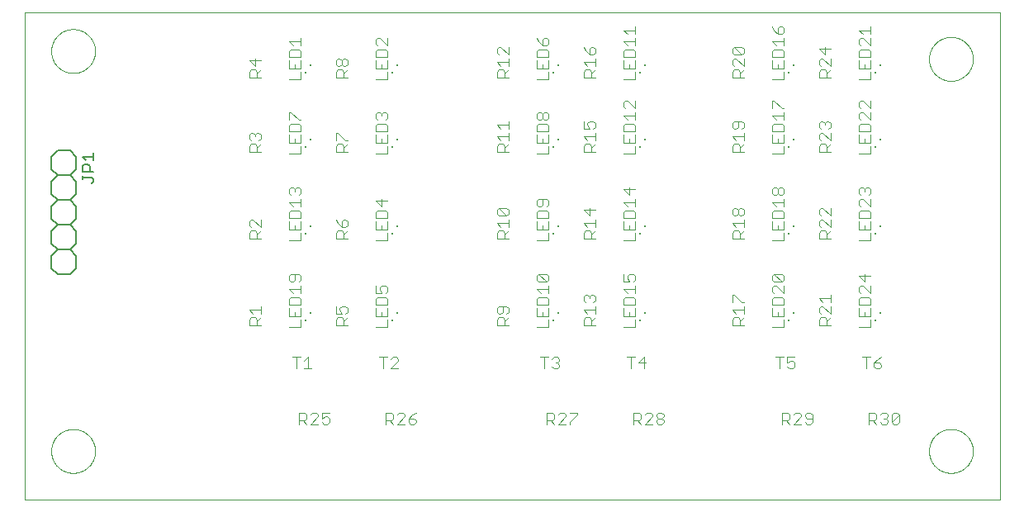
<source format=gto>
G75*
%MOIN*%
%OFA0B0*%
%FSLAX25Y25*%
%IPPOS*%
%LPD*%
%AMOC8*
5,1,8,0,0,1.08239X$1,22.5*
%
%ADD10C,0.00000*%
%ADD11C,0.00600*%
%ADD12C,0.00500*%
%ADD13C,0.00984*%
%ADD14C,0.00400*%
%ADD15R,0.00787X0.00787*%
D10*
X0001000Y0001000D02*
X0001000Y0197850D01*
X0394701Y0197850D01*
X0394701Y0001000D01*
X0001000Y0001000D01*
X0011827Y0020685D02*
X0011830Y0020902D01*
X0011838Y0021120D01*
X0011851Y0021337D01*
X0011870Y0021553D01*
X0011894Y0021769D01*
X0011923Y0021985D01*
X0011957Y0022199D01*
X0011997Y0022413D01*
X0012042Y0022626D01*
X0012092Y0022837D01*
X0012148Y0023048D01*
X0012208Y0023256D01*
X0012274Y0023464D01*
X0012345Y0023669D01*
X0012421Y0023873D01*
X0012501Y0024075D01*
X0012587Y0024275D01*
X0012677Y0024472D01*
X0012773Y0024668D01*
X0012873Y0024861D01*
X0012978Y0025051D01*
X0013087Y0025239D01*
X0013201Y0025424D01*
X0013320Y0025606D01*
X0013443Y0025786D01*
X0013570Y0025962D01*
X0013702Y0026135D01*
X0013838Y0026304D01*
X0013978Y0026471D01*
X0014122Y0026634D01*
X0014270Y0026793D01*
X0014421Y0026949D01*
X0014577Y0027100D01*
X0014736Y0027248D01*
X0014899Y0027392D01*
X0015066Y0027532D01*
X0015235Y0027668D01*
X0015408Y0027800D01*
X0015584Y0027927D01*
X0015764Y0028050D01*
X0015946Y0028169D01*
X0016131Y0028283D01*
X0016319Y0028392D01*
X0016509Y0028497D01*
X0016702Y0028597D01*
X0016898Y0028693D01*
X0017095Y0028783D01*
X0017295Y0028869D01*
X0017497Y0028949D01*
X0017701Y0029025D01*
X0017906Y0029096D01*
X0018114Y0029162D01*
X0018322Y0029222D01*
X0018533Y0029278D01*
X0018744Y0029328D01*
X0018957Y0029373D01*
X0019171Y0029413D01*
X0019385Y0029447D01*
X0019601Y0029476D01*
X0019817Y0029500D01*
X0020033Y0029519D01*
X0020250Y0029532D01*
X0020468Y0029540D01*
X0020685Y0029543D01*
X0020902Y0029540D01*
X0021120Y0029532D01*
X0021337Y0029519D01*
X0021553Y0029500D01*
X0021769Y0029476D01*
X0021985Y0029447D01*
X0022199Y0029413D01*
X0022413Y0029373D01*
X0022626Y0029328D01*
X0022837Y0029278D01*
X0023048Y0029222D01*
X0023256Y0029162D01*
X0023464Y0029096D01*
X0023669Y0029025D01*
X0023873Y0028949D01*
X0024075Y0028869D01*
X0024275Y0028783D01*
X0024472Y0028693D01*
X0024668Y0028597D01*
X0024861Y0028497D01*
X0025051Y0028392D01*
X0025239Y0028283D01*
X0025424Y0028169D01*
X0025606Y0028050D01*
X0025786Y0027927D01*
X0025962Y0027800D01*
X0026135Y0027668D01*
X0026304Y0027532D01*
X0026471Y0027392D01*
X0026634Y0027248D01*
X0026793Y0027100D01*
X0026949Y0026949D01*
X0027100Y0026793D01*
X0027248Y0026634D01*
X0027392Y0026471D01*
X0027532Y0026304D01*
X0027668Y0026135D01*
X0027800Y0025962D01*
X0027927Y0025786D01*
X0028050Y0025606D01*
X0028169Y0025424D01*
X0028283Y0025239D01*
X0028392Y0025051D01*
X0028497Y0024861D01*
X0028597Y0024668D01*
X0028693Y0024472D01*
X0028783Y0024275D01*
X0028869Y0024075D01*
X0028949Y0023873D01*
X0029025Y0023669D01*
X0029096Y0023464D01*
X0029162Y0023256D01*
X0029222Y0023048D01*
X0029278Y0022837D01*
X0029328Y0022626D01*
X0029373Y0022413D01*
X0029413Y0022199D01*
X0029447Y0021985D01*
X0029476Y0021769D01*
X0029500Y0021553D01*
X0029519Y0021337D01*
X0029532Y0021120D01*
X0029540Y0020902D01*
X0029543Y0020685D01*
X0029540Y0020468D01*
X0029532Y0020250D01*
X0029519Y0020033D01*
X0029500Y0019817D01*
X0029476Y0019601D01*
X0029447Y0019385D01*
X0029413Y0019171D01*
X0029373Y0018957D01*
X0029328Y0018744D01*
X0029278Y0018533D01*
X0029222Y0018322D01*
X0029162Y0018114D01*
X0029096Y0017906D01*
X0029025Y0017701D01*
X0028949Y0017497D01*
X0028869Y0017295D01*
X0028783Y0017095D01*
X0028693Y0016898D01*
X0028597Y0016702D01*
X0028497Y0016509D01*
X0028392Y0016319D01*
X0028283Y0016131D01*
X0028169Y0015946D01*
X0028050Y0015764D01*
X0027927Y0015584D01*
X0027800Y0015408D01*
X0027668Y0015235D01*
X0027532Y0015066D01*
X0027392Y0014899D01*
X0027248Y0014736D01*
X0027100Y0014577D01*
X0026949Y0014421D01*
X0026793Y0014270D01*
X0026634Y0014122D01*
X0026471Y0013978D01*
X0026304Y0013838D01*
X0026135Y0013702D01*
X0025962Y0013570D01*
X0025786Y0013443D01*
X0025606Y0013320D01*
X0025424Y0013201D01*
X0025239Y0013087D01*
X0025051Y0012978D01*
X0024861Y0012873D01*
X0024668Y0012773D01*
X0024472Y0012677D01*
X0024275Y0012587D01*
X0024075Y0012501D01*
X0023873Y0012421D01*
X0023669Y0012345D01*
X0023464Y0012274D01*
X0023256Y0012208D01*
X0023048Y0012148D01*
X0022837Y0012092D01*
X0022626Y0012042D01*
X0022413Y0011997D01*
X0022199Y0011957D01*
X0021985Y0011923D01*
X0021769Y0011894D01*
X0021553Y0011870D01*
X0021337Y0011851D01*
X0021120Y0011838D01*
X0020902Y0011830D01*
X0020685Y0011827D01*
X0020468Y0011830D01*
X0020250Y0011838D01*
X0020033Y0011851D01*
X0019817Y0011870D01*
X0019601Y0011894D01*
X0019385Y0011923D01*
X0019171Y0011957D01*
X0018957Y0011997D01*
X0018744Y0012042D01*
X0018533Y0012092D01*
X0018322Y0012148D01*
X0018114Y0012208D01*
X0017906Y0012274D01*
X0017701Y0012345D01*
X0017497Y0012421D01*
X0017295Y0012501D01*
X0017095Y0012587D01*
X0016898Y0012677D01*
X0016702Y0012773D01*
X0016509Y0012873D01*
X0016319Y0012978D01*
X0016131Y0013087D01*
X0015946Y0013201D01*
X0015764Y0013320D01*
X0015584Y0013443D01*
X0015408Y0013570D01*
X0015235Y0013702D01*
X0015066Y0013838D01*
X0014899Y0013978D01*
X0014736Y0014122D01*
X0014577Y0014270D01*
X0014421Y0014421D01*
X0014270Y0014577D01*
X0014122Y0014736D01*
X0013978Y0014899D01*
X0013838Y0015066D01*
X0013702Y0015235D01*
X0013570Y0015408D01*
X0013443Y0015584D01*
X0013320Y0015764D01*
X0013201Y0015946D01*
X0013087Y0016131D01*
X0012978Y0016319D01*
X0012873Y0016509D01*
X0012773Y0016702D01*
X0012677Y0016898D01*
X0012587Y0017095D01*
X0012501Y0017295D01*
X0012421Y0017497D01*
X0012345Y0017701D01*
X0012274Y0017906D01*
X0012208Y0018114D01*
X0012148Y0018322D01*
X0012092Y0018533D01*
X0012042Y0018744D01*
X0011997Y0018957D01*
X0011957Y0019171D01*
X0011923Y0019385D01*
X0011894Y0019601D01*
X0011870Y0019817D01*
X0011851Y0020033D01*
X0011838Y0020250D01*
X0011830Y0020468D01*
X0011827Y0020685D01*
X0011827Y0182102D02*
X0011830Y0182319D01*
X0011838Y0182537D01*
X0011851Y0182754D01*
X0011870Y0182970D01*
X0011894Y0183186D01*
X0011923Y0183402D01*
X0011957Y0183616D01*
X0011997Y0183830D01*
X0012042Y0184043D01*
X0012092Y0184254D01*
X0012148Y0184465D01*
X0012208Y0184673D01*
X0012274Y0184881D01*
X0012345Y0185086D01*
X0012421Y0185290D01*
X0012501Y0185492D01*
X0012587Y0185692D01*
X0012677Y0185889D01*
X0012773Y0186085D01*
X0012873Y0186278D01*
X0012978Y0186468D01*
X0013087Y0186656D01*
X0013201Y0186841D01*
X0013320Y0187023D01*
X0013443Y0187203D01*
X0013570Y0187379D01*
X0013702Y0187552D01*
X0013838Y0187721D01*
X0013978Y0187888D01*
X0014122Y0188051D01*
X0014270Y0188210D01*
X0014421Y0188366D01*
X0014577Y0188517D01*
X0014736Y0188665D01*
X0014899Y0188809D01*
X0015066Y0188949D01*
X0015235Y0189085D01*
X0015408Y0189217D01*
X0015584Y0189344D01*
X0015764Y0189467D01*
X0015946Y0189586D01*
X0016131Y0189700D01*
X0016319Y0189809D01*
X0016509Y0189914D01*
X0016702Y0190014D01*
X0016898Y0190110D01*
X0017095Y0190200D01*
X0017295Y0190286D01*
X0017497Y0190366D01*
X0017701Y0190442D01*
X0017906Y0190513D01*
X0018114Y0190579D01*
X0018322Y0190639D01*
X0018533Y0190695D01*
X0018744Y0190745D01*
X0018957Y0190790D01*
X0019171Y0190830D01*
X0019385Y0190864D01*
X0019601Y0190893D01*
X0019817Y0190917D01*
X0020033Y0190936D01*
X0020250Y0190949D01*
X0020468Y0190957D01*
X0020685Y0190960D01*
X0020902Y0190957D01*
X0021120Y0190949D01*
X0021337Y0190936D01*
X0021553Y0190917D01*
X0021769Y0190893D01*
X0021985Y0190864D01*
X0022199Y0190830D01*
X0022413Y0190790D01*
X0022626Y0190745D01*
X0022837Y0190695D01*
X0023048Y0190639D01*
X0023256Y0190579D01*
X0023464Y0190513D01*
X0023669Y0190442D01*
X0023873Y0190366D01*
X0024075Y0190286D01*
X0024275Y0190200D01*
X0024472Y0190110D01*
X0024668Y0190014D01*
X0024861Y0189914D01*
X0025051Y0189809D01*
X0025239Y0189700D01*
X0025424Y0189586D01*
X0025606Y0189467D01*
X0025786Y0189344D01*
X0025962Y0189217D01*
X0026135Y0189085D01*
X0026304Y0188949D01*
X0026471Y0188809D01*
X0026634Y0188665D01*
X0026793Y0188517D01*
X0026949Y0188366D01*
X0027100Y0188210D01*
X0027248Y0188051D01*
X0027392Y0187888D01*
X0027532Y0187721D01*
X0027668Y0187552D01*
X0027800Y0187379D01*
X0027927Y0187203D01*
X0028050Y0187023D01*
X0028169Y0186841D01*
X0028283Y0186656D01*
X0028392Y0186468D01*
X0028497Y0186278D01*
X0028597Y0186085D01*
X0028693Y0185889D01*
X0028783Y0185692D01*
X0028869Y0185492D01*
X0028949Y0185290D01*
X0029025Y0185086D01*
X0029096Y0184881D01*
X0029162Y0184673D01*
X0029222Y0184465D01*
X0029278Y0184254D01*
X0029328Y0184043D01*
X0029373Y0183830D01*
X0029413Y0183616D01*
X0029447Y0183402D01*
X0029476Y0183186D01*
X0029500Y0182970D01*
X0029519Y0182754D01*
X0029532Y0182537D01*
X0029540Y0182319D01*
X0029543Y0182102D01*
X0029540Y0181885D01*
X0029532Y0181667D01*
X0029519Y0181450D01*
X0029500Y0181234D01*
X0029476Y0181018D01*
X0029447Y0180802D01*
X0029413Y0180588D01*
X0029373Y0180374D01*
X0029328Y0180161D01*
X0029278Y0179950D01*
X0029222Y0179739D01*
X0029162Y0179531D01*
X0029096Y0179323D01*
X0029025Y0179118D01*
X0028949Y0178914D01*
X0028869Y0178712D01*
X0028783Y0178512D01*
X0028693Y0178315D01*
X0028597Y0178119D01*
X0028497Y0177926D01*
X0028392Y0177736D01*
X0028283Y0177548D01*
X0028169Y0177363D01*
X0028050Y0177181D01*
X0027927Y0177001D01*
X0027800Y0176825D01*
X0027668Y0176652D01*
X0027532Y0176483D01*
X0027392Y0176316D01*
X0027248Y0176153D01*
X0027100Y0175994D01*
X0026949Y0175838D01*
X0026793Y0175687D01*
X0026634Y0175539D01*
X0026471Y0175395D01*
X0026304Y0175255D01*
X0026135Y0175119D01*
X0025962Y0174987D01*
X0025786Y0174860D01*
X0025606Y0174737D01*
X0025424Y0174618D01*
X0025239Y0174504D01*
X0025051Y0174395D01*
X0024861Y0174290D01*
X0024668Y0174190D01*
X0024472Y0174094D01*
X0024275Y0174004D01*
X0024075Y0173918D01*
X0023873Y0173838D01*
X0023669Y0173762D01*
X0023464Y0173691D01*
X0023256Y0173625D01*
X0023048Y0173565D01*
X0022837Y0173509D01*
X0022626Y0173459D01*
X0022413Y0173414D01*
X0022199Y0173374D01*
X0021985Y0173340D01*
X0021769Y0173311D01*
X0021553Y0173287D01*
X0021337Y0173268D01*
X0021120Y0173255D01*
X0020902Y0173247D01*
X0020685Y0173244D01*
X0020468Y0173247D01*
X0020250Y0173255D01*
X0020033Y0173268D01*
X0019817Y0173287D01*
X0019601Y0173311D01*
X0019385Y0173340D01*
X0019171Y0173374D01*
X0018957Y0173414D01*
X0018744Y0173459D01*
X0018533Y0173509D01*
X0018322Y0173565D01*
X0018114Y0173625D01*
X0017906Y0173691D01*
X0017701Y0173762D01*
X0017497Y0173838D01*
X0017295Y0173918D01*
X0017095Y0174004D01*
X0016898Y0174094D01*
X0016702Y0174190D01*
X0016509Y0174290D01*
X0016319Y0174395D01*
X0016131Y0174504D01*
X0015946Y0174618D01*
X0015764Y0174737D01*
X0015584Y0174860D01*
X0015408Y0174987D01*
X0015235Y0175119D01*
X0015066Y0175255D01*
X0014899Y0175395D01*
X0014736Y0175539D01*
X0014577Y0175687D01*
X0014421Y0175838D01*
X0014270Y0175994D01*
X0014122Y0176153D01*
X0013978Y0176316D01*
X0013838Y0176483D01*
X0013702Y0176652D01*
X0013570Y0176825D01*
X0013443Y0177001D01*
X0013320Y0177181D01*
X0013201Y0177363D01*
X0013087Y0177548D01*
X0012978Y0177736D01*
X0012873Y0177926D01*
X0012773Y0178119D01*
X0012677Y0178315D01*
X0012587Y0178512D01*
X0012501Y0178712D01*
X0012421Y0178914D01*
X0012345Y0179118D01*
X0012274Y0179323D01*
X0012208Y0179531D01*
X0012148Y0179739D01*
X0012092Y0179950D01*
X0012042Y0180161D01*
X0011997Y0180374D01*
X0011957Y0180588D01*
X0011923Y0180802D01*
X0011894Y0181018D01*
X0011870Y0181234D01*
X0011851Y0181450D01*
X0011838Y0181667D01*
X0011830Y0181885D01*
X0011827Y0182102D01*
X0366158Y0178953D02*
X0366161Y0179170D01*
X0366169Y0179388D01*
X0366182Y0179605D01*
X0366201Y0179821D01*
X0366225Y0180037D01*
X0366254Y0180253D01*
X0366288Y0180467D01*
X0366328Y0180681D01*
X0366373Y0180894D01*
X0366423Y0181105D01*
X0366479Y0181316D01*
X0366539Y0181524D01*
X0366605Y0181732D01*
X0366676Y0181937D01*
X0366752Y0182141D01*
X0366832Y0182343D01*
X0366918Y0182543D01*
X0367008Y0182740D01*
X0367104Y0182936D01*
X0367204Y0183129D01*
X0367309Y0183319D01*
X0367418Y0183507D01*
X0367532Y0183692D01*
X0367651Y0183874D01*
X0367774Y0184054D01*
X0367901Y0184230D01*
X0368033Y0184403D01*
X0368169Y0184572D01*
X0368309Y0184739D01*
X0368453Y0184902D01*
X0368601Y0185061D01*
X0368752Y0185217D01*
X0368908Y0185368D01*
X0369067Y0185516D01*
X0369230Y0185660D01*
X0369397Y0185800D01*
X0369566Y0185936D01*
X0369739Y0186068D01*
X0369915Y0186195D01*
X0370095Y0186318D01*
X0370277Y0186437D01*
X0370462Y0186551D01*
X0370650Y0186660D01*
X0370840Y0186765D01*
X0371033Y0186865D01*
X0371229Y0186961D01*
X0371426Y0187051D01*
X0371626Y0187137D01*
X0371828Y0187217D01*
X0372032Y0187293D01*
X0372237Y0187364D01*
X0372445Y0187430D01*
X0372653Y0187490D01*
X0372864Y0187546D01*
X0373075Y0187596D01*
X0373288Y0187641D01*
X0373502Y0187681D01*
X0373716Y0187715D01*
X0373932Y0187744D01*
X0374148Y0187768D01*
X0374364Y0187787D01*
X0374581Y0187800D01*
X0374799Y0187808D01*
X0375016Y0187811D01*
X0375233Y0187808D01*
X0375451Y0187800D01*
X0375668Y0187787D01*
X0375884Y0187768D01*
X0376100Y0187744D01*
X0376316Y0187715D01*
X0376530Y0187681D01*
X0376744Y0187641D01*
X0376957Y0187596D01*
X0377168Y0187546D01*
X0377379Y0187490D01*
X0377587Y0187430D01*
X0377795Y0187364D01*
X0378000Y0187293D01*
X0378204Y0187217D01*
X0378406Y0187137D01*
X0378606Y0187051D01*
X0378803Y0186961D01*
X0378999Y0186865D01*
X0379192Y0186765D01*
X0379382Y0186660D01*
X0379570Y0186551D01*
X0379755Y0186437D01*
X0379937Y0186318D01*
X0380117Y0186195D01*
X0380293Y0186068D01*
X0380466Y0185936D01*
X0380635Y0185800D01*
X0380802Y0185660D01*
X0380965Y0185516D01*
X0381124Y0185368D01*
X0381280Y0185217D01*
X0381431Y0185061D01*
X0381579Y0184902D01*
X0381723Y0184739D01*
X0381863Y0184572D01*
X0381999Y0184403D01*
X0382131Y0184230D01*
X0382258Y0184054D01*
X0382381Y0183874D01*
X0382500Y0183692D01*
X0382614Y0183507D01*
X0382723Y0183319D01*
X0382828Y0183129D01*
X0382928Y0182936D01*
X0383024Y0182740D01*
X0383114Y0182543D01*
X0383200Y0182343D01*
X0383280Y0182141D01*
X0383356Y0181937D01*
X0383427Y0181732D01*
X0383493Y0181524D01*
X0383553Y0181316D01*
X0383609Y0181105D01*
X0383659Y0180894D01*
X0383704Y0180681D01*
X0383744Y0180467D01*
X0383778Y0180253D01*
X0383807Y0180037D01*
X0383831Y0179821D01*
X0383850Y0179605D01*
X0383863Y0179388D01*
X0383871Y0179170D01*
X0383874Y0178953D01*
X0383871Y0178736D01*
X0383863Y0178518D01*
X0383850Y0178301D01*
X0383831Y0178085D01*
X0383807Y0177869D01*
X0383778Y0177653D01*
X0383744Y0177439D01*
X0383704Y0177225D01*
X0383659Y0177012D01*
X0383609Y0176801D01*
X0383553Y0176590D01*
X0383493Y0176382D01*
X0383427Y0176174D01*
X0383356Y0175969D01*
X0383280Y0175765D01*
X0383200Y0175563D01*
X0383114Y0175363D01*
X0383024Y0175166D01*
X0382928Y0174970D01*
X0382828Y0174777D01*
X0382723Y0174587D01*
X0382614Y0174399D01*
X0382500Y0174214D01*
X0382381Y0174032D01*
X0382258Y0173852D01*
X0382131Y0173676D01*
X0381999Y0173503D01*
X0381863Y0173334D01*
X0381723Y0173167D01*
X0381579Y0173004D01*
X0381431Y0172845D01*
X0381280Y0172689D01*
X0381124Y0172538D01*
X0380965Y0172390D01*
X0380802Y0172246D01*
X0380635Y0172106D01*
X0380466Y0171970D01*
X0380293Y0171838D01*
X0380117Y0171711D01*
X0379937Y0171588D01*
X0379755Y0171469D01*
X0379570Y0171355D01*
X0379382Y0171246D01*
X0379192Y0171141D01*
X0378999Y0171041D01*
X0378803Y0170945D01*
X0378606Y0170855D01*
X0378406Y0170769D01*
X0378204Y0170689D01*
X0378000Y0170613D01*
X0377795Y0170542D01*
X0377587Y0170476D01*
X0377379Y0170416D01*
X0377168Y0170360D01*
X0376957Y0170310D01*
X0376744Y0170265D01*
X0376530Y0170225D01*
X0376316Y0170191D01*
X0376100Y0170162D01*
X0375884Y0170138D01*
X0375668Y0170119D01*
X0375451Y0170106D01*
X0375233Y0170098D01*
X0375016Y0170095D01*
X0374799Y0170098D01*
X0374581Y0170106D01*
X0374364Y0170119D01*
X0374148Y0170138D01*
X0373932Y0170162D01*
X0373716Y0170191D01*
X0373502Y0170225D01*
X0373288Y0170265D01*
X0373075Y0170310D01*
X0372864Y0170360D01*
X0372653Y0170416D01*
X0372445Y0170476D01*
X0372237Y0170542D01*
X0372032Y0170613D01*
X0371828Y0170689D01*
X0371626Y0170769D01*
X0371426Y0170855D01*
X0371229Y0170945D01*
X0371033Y0171041D01*
X0370840Y0171141D01*
X0370650Y0171246D01*
X0370462Y0171355D01*
X0370277Y0171469D01*
X0370095Y0171588D01*
X0369915Y0171711D01*
X0369739Y0171838D01*
X0369566Y0171970D01*
X0369397Y0172106D01*
X0369230Y0172246D01*
X0369067Y0172390D01*
X0368908Y0172538D01*
X0368752Y0172689D01*
X0368601Y0172845D01*
X0368453Y0173004D01*
X0368309Y0173167D01*
X0368169Y0173334D01*
X0368033Y0173503D01*
X0367901Y0173676D01*
X0367774Y0173852D01*
X0367651Y0174032D01*
X0367532Y0174214D01*
X0367418Y0174399D01*
X0367309Y0174587D01*
X0367204Y0174777D01*
X0367104Y0174970D01*
X0367008Y0175166D01*
X0366918Y0175363D01*
X0366832Y0175563D01*
X0366752Y0175765D01*
X0366676Y0175969D01*
X0366605Y0176174D01*
X0366539Y0176382D01*
X0366479Y0176590D01*
X0366423Y0176801D01*
X0366373Y0177012D01*
X0366328Y0177225D01*
X0366288Y0177439D01*
X0366254Y0177653D01*
X0366225Y0177869D01*
X0366201Y0178085D01*
X0366182Y0178301D01*
X0366169Y0178518D01*
X0366161Y0178736D01*
X0366158Y0178953D01*
X0366158Y0020685D02*
X0366161Y0020902D01*
X0366169Y0021120D01*
X0366182Y0021337D01*
X0366201Y0021553D01*
X0366225Y0021769D01*
X0366254Y0021985D01*
X0366288Y0022199D01*
X0366328Y0022413D01*
X0366373Y0022626D01*
X0366423Y0022837D01*
X0366479Y0023048D01*
X0366539Y0023256D01*
X0366605Y0023464D01*
X0366676Y0023669D01*
X0366752Y0023873D01*
X0366832Y0024075D01*
X0366918Y0024275D01*
X0367008Y0024472D01*
X0367104Y0024668D01*
X0367204Y0024861D01*
X0367309Y0025051D01*
X0367418Y0025239D01*
X0367532Y0025424D01*
X0367651Y0025606D01*
X0367774Y0025786D01*
X0367901Y0025962D01*
X0368033Y0026135D01*
X0368169Y0026304D01*
X0368309Y0026471D01*
X0368453Y0026634D01*
X0368601Y0026793D01*
X0368752Y0026949D01*
X0368908Y0027100D01*
X0369067Y0027248D01*
X0369230Y0027392D01*
X0369397Y0027532D01*
X0369566Y0027668D01*
X0369739Y0027800D01*
X0369915Y0027927D01*
X0370095Y0028050D01*
X0370277Y0028169D01*
X0370462Y0028283D01*
X0370650Y0028392D01*
X0370840Y0028497D01*
X0371033Y0028597D01*
X0371229Y0028693D01*
X0371426Y0028783D01*
X0371626Y0028869D01*
X0371828Y0028949D01*
X0372032Y0029025D01*
X0372237Y0029096D01*
X0372445Y0029162D01*
X0372653Y0029222D01*
X0372864Y0029278D01*
X0373075Y0029328D01*
X0373288Y0029373D01*
X0373502Y0029413D01*
X0373716Y0029447D01*
X0373932Y0029476D01*
X0374148Y0029500D01*
X0374364Y0029519D01*
X0374581Y0029532D01*
X0374799Y0029540D01*
X0375016Y0029543D01*
X0375233Y0029540D01*
X0375451Y0029532D01*
X0375668Y0029519D01*
X0375884Y0029500D01*
X0376100Y0029476D01*
X0376316Y0029447D01*
X0376530Y0029413D01*
X0376744Y0029373D01*
X0376957Y0029328D01*
X0377168Y0029278D01*
X0377379Y0029222D01*
X0377587Y0029162D01*
X0377795Y0029096D01*
X0378000Y0029025D01*
X0378204Y0028949D01*
X0378406Y0028869D01*
X0378606Y0028783D01*
X0378803Y0028693D01*
X0378999Y0028597D01*
X0379192Y0028497D01*
X0379382Y0028392D01*
X0379570Y0028283D01*
X0379755Y0028169D01*
X0379937Y0028050D01*
X0380117Y0027927D01*
X0380293Y0027800D01*
X0380466Y0027668D01*
X0380635Y0027532D01*
X0380802Y0027392D01*
X0380965Y0027248D01*
X0381124Y0027100D01*
X0381280Y0026949D01*
X0381431Y0026793D01*
X0381579Y0026634D01*
X0381723Y0026471D01*
X0381863Y0026304D01*
X0381999Y0026135D01*
X0382131Y0025962D01*
X0382258Y0025786D01*
X0382381Y0025606D01*
X0382500Y0025424D01*
X0382614Y0025239D01*
X0382723Y0025051D01*
X0382828Y0024861D01*
X0382928Y0024668D01*
X0383024Y0024472D01*
X0383114Y0024275D01*
X0383200Y0024075D01*
X0383280Y0023873D01*
X0383356Y0023669D01*
X0383427Y0023464D01*
X0383493Y0023256D01*
X0383553Y0023048D01*
X0383609Y0022837D01*
X0383659Y0022626D01*
X0383704Y0022413D01*
X0383744Y0022199D01*
X0383778Y0021985D01*
X0383807Y0021769D01*
X0383831Y0021553D01*
X0383850Y0021337D01*
X0383863Y0021120D01*
X0383871Y0020902D01*
X0383874Y0020685D01*
X0383871Y0020468D01*
X0383863Y0020250D01*
X0383850Y0020033D01*
X0383831Y0019817D01*
X0383807Y0019601D01*
X0383778Y0019385D01*
X0383744Y0019171D01*
X0383704Y0018957D01*
X0383659Y0018744D01*
X0383609Y0018533D01*
X0383553Y0018322D01*
X0383493Y0018114D01*
X0383427Y0017906D01*
X0383356Y0017701D01*
X0383280Y0017497D01*
X0383200Y0017295D01*
X0383114Y0017095D01*
X0383024Y0016898D01*
X0382928Y0016702D01*
X0382828Y0016509D01*
X0382723Y0016319D01*
X0382614Y0016131D01*
X0382500Y0015946D01*
X0382381Y0015764D01*
X0382258Y0015584D01*
X0382131Y0015408D01*
X0381999Y0015235D01*
X0381863Y0015066D01*
X0381723Y0014899D01*
X0381579Y0014736D01*
X0381431Y0014577D01*
X0381280Y0014421D01*
X0381124Y0014270D01*
X0380965Y0014122D01*
X0380802Y0013978D01*
X0380635Y0013838D01*
X0380466Y0013702D01*
X0380293Y0013570D01*
X0380117Y0013443D01*
X0379937Y0013320D01*
X0379755Y0013201D01*
X0379570Y0013087D01*
X0379382Y0012978D01*
X0379192Y0012873D01*
X0378999Y0012773D01*
X0378803Y0012677D01*
X0378606Y0012587D01*
X0378406Y0012501D01*
X0378204Y0012421D01*
X0378000Y0012345D01*
X0377795Y0012274D01*
X0377587Y0012208D01*
X0377379Y0012148D01*
X0377168Y0012092D01*
X0376957Y0012042D01*
X0376744Y0011997D01*
X0376530Y0011957D01*
X0376316Y0011923D01*
X0376100Y0011894D01*
X0375884Y0011870D01*
X0375668Y0011851D01*
X0375451Y0011838D01*
X0375233Y0011830D01*
X0375016Y0011827D01*
X0374799Y0011830D01*
X0374581Y0011838D01*
X0374364Y0011851D01*
X0374148Y0011870D01*
X0373932Y0011894D01*
X0373716Y0011923D01*
X0373502Y0011957D01*
X0373288Y0011997D01*
X0373075Y0012042D01*
X0372864Y0012092D01*
X0372653Y0012148D01*
X0372445Y0012208D01*
X0372237Y0012274D01*
X0372032Y0012345D01*
X0371828Y0012421D01*
X0371626Y0012501D01*
X0371426Y0012587D01*
X0371229Y0012677D01*
X0371033Y0012773D01*
X0370840Y0012873D01*
X0370650Y0012978D01*
X0370462Y0013087D01*
X0370277Y0013201D01*
X0370095Y0013320D01*
X0369915Y0013443D01*
X0369739Y0013570D01*
X0369566Y0013702D01*
X0369397Y0013838D01*
X0369230Y0013978D01*
X0369067Y0014122D01*
X0368908Y0014270D01*
X0368752Y0014421D01*
X0368601Y0014577D01*
X0368453Y0014736D01*
X0368309Y0014899D01*
X0368169Y0015066D01*
X0368033Y0015235D01*
X0367901Y0015408D01*
X0367774Y0015584D01*
X0367651Y0015764D01*
X0367532Y0015946D01*
X0367418Y0016131D01*
X0367309Y0016319D01*
X0367204Y0016509D01*
X0367104Y0016702D01*
X0367008Y0016898D01*
X0366918Y0017095D01*
X0366832Y0017295D01*
X0366752Y0017497D01*
X0366676Y0017701D01*
X0366605Y0017906D01*
X0366539Y0018114D01*
X0366479Y0018322D01*
X0366423Y0018533D01*
X0366373Y0018744D01*
X0366328Y0018957D01*
X0366288Y0019171D01*
X0366254Y0019385D01*
X0366225Y0019601D01*
X0366201Y0019817D01*
X0366182Y0020033D01*
X0366169Y0020250D01*
X0366161Y0020468D01*
X0366158Y0020685D01*
D11*
X0021906Y0094563D02*
X0019406Y0092063D01*
X0014406Y0092063D01*
X0011906Y0094563D01*
X0011906Y0099563D01*
X0014406Y0102063D01*
X0011906Y0104563D01*
X0011906Y0109563D01*
X0014406Y0112063D01*
X0011906Y0114563D01*
X0011906Y0119563D01*
X0014406Y0122063D01*
X0011906Y0124563D01*
X0011906Y0129563D01*
X0014406Y0132063D01*
X0011906Y0134563D01*
X0011906Y0139563D01*
X0014406Y0142063D01*
X0019406Y0142063D01*
X0021906Y0139563D01*
X0021906Y0134563D01*
X0019406Y0132063D01*
X0021906Y0129563D01*
X0021906Y0124563D01*
X0019406Y0122063D01*
X0014406Y0122063D01*
X0019406Y0122063D02*
X0021906Y0119563D01*
X0021906Y0114563D01*
X0019406Y0112063D01*
X0021906Y0109563D01*
X0021906Y0104563D01*
X0019406Y0102063D01*
X0021906Y0099563D01*
X0021906Y0094563D01*
X0019406Y0102063D02*
X0014406Y0102063D01*
X0014406Y0112063D02*
X0019406Y0112063D01*
X0019406Y0132063D02*
X0014406Y0132063D01*
D12*
X0024352Y0131804D02*
X0024352Y0130302D01*
X0024352Y0131053D02*
X0028105Y0131053D01*
X0028856Y0130302D01*
X0028856Y0129552D01*
X0028105Y0128801D01*
X0028856Y0133405D02*
X0024352Y0133405D01*
X0024352Y0135657D01*
X0025102Y0136408D01*
X0026604Y0136408D01*
X0027354Y0135657D01*
X0027354Y0133405D01*
X0025853Y0138009D02*
X0024352Y0139510D01*
X0028856Y0139510D01*
X0028856Y0138009D02*
X0028856Y0141012D01*
D13*
X0114524Y0143461D03*
X0149524Y0143461D03*
X0149524Y0173461D03*
X0114524Y0173461D03*
X0214524Y0173461D03*
X0249524Y0173461D03*
X0249524Y0143461D03*
X0214524Y0143461D03*
X0214524Y0108461D03*
X0249524Y0108461D03*
X0309524Y0108461D03*
X0344524Y0108461D03*
X0344524Y0143461D03*
X0309524Y0143461D03*
X0309524Y0173461D03*
X0344524Y0173461D03*
X0149524Y0108461D03*
X0114524Y0108461D03*
X0114524Y0073461D03*
X0149524Y0073461D03*
X0214524Y0073461D03*
X0249524Y0073461D03*
X0309524Y0073461D03*
X0344524Y0073461D03*
D14*
X0342454Y0073679D02*
X0342454Y0070609D01*
X0337850Y0070609D01*
X0337850Y0075213D02*
X0342454Y0075213D01*
X0342454Y0078283D01*
X0342454Y0079817D02*
X0337850Y0079817D01*
X0337850Y0082119D01*
X0338617Y0082887D01*
X0341686Y0082887D01*
X0342454Y0082119D01*
X0342454Y0079817D01*
X0337850Y0078283D02*
X0337850Y0075213D01*
X0340152Y0075213D02*
X0340152Y0076748D01*
X0326391Y0076119D02*
X0323321Y0079188D01*
X0322554Y0079188D01*
X0321787Y0078421D01*
X0321787Y0076886D01*
X0322554Y0076119D01*
X0322554Y0074584D02*
X0324089Y0074584D01*
X0324856Y0073817D01*
X0324856Y0071515D01*
X0326391Y0071515D02*
X0321787Y0071515D01*
X0321787Y0073817D01*
X0322554Y0074584D01*
X0324856Y0073050D02*
X0326391Y0074584D01*
X0326391Y0076119D02*
X0326391Y0079188D01*
X0326391Y0080723D02*
X0326391Y0083792D01*
X0326391Y0082257D02*
X0321787Y0082257D01*
X0323321Y0080723D01*
X0337850Y0085189D02*
X0338617Y0084421D01*
X0337850Y0085189D02*
X0337850Y0086723D01*
X0338617Y0087491D01*
X0339384Y0087491D01*
X0342454Y0084421D01*
X0342454Y0087491D01*
X0340152Y0089025D02*
X0340152Y0092094D01*
X0342454Y0091327D02*
X0337850Y0091327D01*
X0340152Y0089025D01*
X0307454Y0089792D02*
X0306686Y0089025D01*
X0303617Y0092094D01*
X0306686Y0092094D01*
X0307454Y0091327D01*
X0307454Y0089792D01*
X0306686Y0089025D02*
X0303617Y0089025D01*
X0302850Y0089792D01*
X0302850Y0091327D01*
X0303617Y0092094D01*
X0303617Y0087491D02*
X0302850Y0086723D01*
X0302850Y0085189D01*
X0303617Y0084421D01*
X0303617Y0082887D02*
X0302850Y0082119D01*
X0302850Y0079817D01*
X0307454Y0079817D01*
X0307454Y0082119D01*
X0306686Y0082887D01*
X0303617Y0082887D01*
X0307454Y0084421D02*
X0304384Y0087491D01*
X0303617Y0087491D01*
X0307454Y0087491D02*
X0307454Y0084421D01*
X0307454Y0078283D02*
X0307454Y0075213D01*
X0302850Y0075213D01*
X0302850Y0078283D01*
X0305152Y0076748D02*
X0305152Y0075213D01*
X0307454Y0073679D02*
X0307454Y0070609D01*
X0302850Y0070609D01*
X0291391Y0071515D02*
X0286787Y0071515D01*
X0286787Y0073817D01*
X0287554Y0074584D01*
X0289089Y0074584D01*
X0289856Y0073817D01*
X0289856Y0071515D01*
X0289856Y0073050D02*
X0291391Y0074584D01*
X0291391Y0076119D02*
X0291391Y0079188D01*
X0291391Y0077654D02*
X0286787Y0077654D01*
X0288321Y0076119D01*
X0286787Y0080723D02*
X0286787Y0083792D01*
X0287554Y0083792D01*
X0290623Y0080723D01*
X0291391Y0080723D01*
X0304291Y0058619D02*
X0307360Y0058619D01*
X0308894Y0058619D02*
X0308894Y0056317D01*
X0310429Y0057084D01*
X0311196Y0057084D01*
X0311964Y0056317D01*
X0311964Y0054782D01*
X0311196Y0054015D01*
X0309662Y0054015D01*
X0308894Y0054782D01*
X0305825Y0054015D02*
X0305825Y0058619D01*
X0308894Y0058619D02*
X0311964Y0058619D01*
X0339291Y0058619D02*
X0342360Y0058619D01*
X0340825Y0058619D02*
X0340825Y0054015D01*
X0343894Y0054782D02*
X0344662Y0054015D01*
X0346196Y0054015D01*
X0346964Y0054782D01*
X0346964Y0055550D01*
X0346196Y0056317D01*
X0343894Y0056317D01*
X0343894Y0054782D01*
X0343894Y0056317D02*
X0345429Y0057852D01*
X0346964Y0058619D01*
X0347162Y0036119D02*
X0348696Y0036119D01*
X0349464Y0035352D01*
X0349464Y0034584D01*
X0348696Y0033817D01*
X0349464Y0033050D01*
X0349464Y0032282D01*
X0348696Y0031515D01*
X0347162Y0031515D01*
X0346394Y0032282D01*
X0344860Y0031515D02*
X0343325Y0033050D01*
X0344093Y0033050D02*
X0341791Y0033050D01*
X0341791Y0031515D02*
X0341791Y0036119D01*
X0344093Y0036119D01*
X0344860Y0035352D01*
X0344860Y0033817D01*
X0344093Y0033050D01*
X0346394Y0035352D02*
X0347162Y0036119D01*
X0347929Y0033817D02*
X0348696Y0033817D01*
X0350998Y0035352D02*
X0351766Y0036119D01*
X0353300Y0036119D01*
X0354068Y0035352D01*
X0350998Y0032282D01*
X0351766Y0031515D01*
X0353300Y0031515D01*
X0354068Y0032282D01*
X0354068Y0035352D01*
X0350998Y0035352D02*
X0350998Y0032282D01*
X0319068Y0032282D02*
X0318300Y0031515D01*
X0316766Y0031515D01*
X0315998Y0032282D01*
X0314464Y0031515D02*
X0311394Y0031515D01*
X0314464Y0034584D01*
X0314464Y0035352D01*
X0313696Y0036119D01*
X0312162Y0036119D01*
X0311394Y0035352D01*
X0309860Y0035352D02*
X0309860Y0033817D01*
X0309093Y0033050D01*
X0306791Y0033050D01*
X0308325Y0033050D02*
X0309860Y0031515D01*
X0306791Y0031515D02*
X0306791Y0036119D01*
X0309093Y0036119D01*
X0309860Y0035352D01*
X0315998Y0035352D02*
X0315998Y0034584D01*
X0316766Y0033817D01*
X0319068Y0033817D01*
X0319068Y0035352D02*
X0318300Y0036119D01*
X0316766Y0036119D01*
X0315998Y0035352D01*
X0319068Y0035352D02*
X0319068Y0032282D01*
X0259068Y0032282D02*
X0258300Y0031515D01*
X0256766Y0031515D01*
X0255998Y0032282D01*
X0255998Y0033050D01*
X0256766Y0033817D01*
X0258300Y0033817D01*
X0259068Y0033050D01*
X0259068Y0032282D01*
X0258300Y0033817D02*
X0259068Y0034584D01*
X0259068Y0035352D01*
X0258300Y0036119D01*
X0256766Y0036119D01*
X0255998Y0035352D01*
X0255998Y0034584D01*
X0256766Y0033817D01*
X0254464Y0034584D02*
X0254464Y0035352D01*
X0253696Y0036119D01*
X0252162Y0036119D01*
X0251394Y0035352D01*
X0249860Y0035352D02*
X0249860Y0033817D01*
X0249093Y0033050D01*
X0246791Y0033050D01*
X0248325Y0033050D02*
X0249860Y0031515D01*
X0251394Y0031515D02*
X0254464Y0034584D01*
X0249860Y0035352D02*
X0249093Y0036119D01*
X0246791Y0036119D01*
X0246791Y0031515D01*
X0251394Y0031515D02*
X0254464Y0031515D01*
X0224068Y0035352D02*
X0220998Y0032282D01*
X0220998Y0031515D01*
X0219464Y0031515D02*
X0216394Y0031515D01*
X0219464Y0034584D01*
X0219464Y0035352D01*
X0218696Y0036119D01*
X0217162Y0036119D01*
X0216394Y0035352D01*
X0214860Y0035352D02*
X0214860Y0033817D01*
X0214093Y0033050D01*
X0211791Y0033050D01*
X0213325Y0033050D02*
X0214860Y0031515D01*
X0211791Y0031515D02*
X0211791Y0036119D01*
X0214093Y0036119D01*
X0214860Y0035352D01*
X0220998Y0036119D02*
X0224068Y0036119D01*
X0224068Y0035352D01*
X0216196Y0054015D02*
X0214662Y0054015D01*
X0213894Y0054782D01*
X0215429Y0056317D02*
X0216196Y0056317D01*
X0216964Y0055550D01*
X0216964Y0054782D01*
X0216196Y0054015D01*
X0216196Y0056317D02*
X0216964Y0057084D01*
X0216964Y0057852D01*
X0216196Y0058619D01*
X0214662Y0058619D01*
X0213894Y0057852D01*
X0212360Y0058619D02*
X0209291Y0058619D01*
X0210825Y0058619D02*
X0210825Y0054015D01*
X0212454Y0070609D02*
X0207850Y0070609D01*
X0212454Y0070609D02*
X0212454Y0073679D01*
X0212454Y0075213D02*
X0212454Y0078283D01*
X0212454Y0079817D02*
X0207850Y0079817D01*
X0207850Y0082119D01*
X0208617Y0082887D01*
X0211686Y0082887D01*
X0212454Y0082119D01*
X0212454Y0079817D01*
X0207850Y0078283D02*
X0207850Y0075213D01*
X0212454Y0075213D01*
X0210152Y0075213D02*
X0210152Y0076748D01*
X0209384Y0084421D02*
X0207850Y0085956D01*
X0212454Y0085956D01*
X0212454Y0084421D02*
X0212454Y0087491D01*
X0211686Y0089025D02*
X0208617Y0089025D01*
X0207850Y0089792D01*
X0207850Y0091327D01*
X0208617Y0092094D01*
X0211686Y0089025D01*
X0212454Y0089792D01*
X0212454Y0091327D01*
X0211686Y0092094D01*
X0208617Y0092094D01*
X0226787Y0083025D02*
X0227554Y0083792D01*
X0228321Y0083792D01*
X0229089Y0083025D01*
X0229856Y0083792D01*
X0230623Y0083792D01*
X0231391Y0083025D01*
X0231391Y0081490D01*
X0230623Y0080723D01*
X0231391Y0079188D02*
X0231391Y0076119D01*
X0231391Y0077654D02*
X0226787Y0077654D01*
X0228321Y0076119D01*
X0227554Y0074584D02*
X0229089Y0074584D01*
X0229856Y0073817D01*
X0229856Y0071515D01*
X0231391Y0071515D02*
X0226787Y0071515D01*
X0226787Y0073817D01*
X0227554Y0074584D01*
X0229856Y0073050D02*
X0231391Y0074584D01*
X0227554Y0080723D02*
X0226787Y0081490D01*
X0226787Y0083025D01*
X0229089Y0083025D02*
X0229089Y0082257D01*
X0242850Y0082119D02*
X0242850Y0079817D01*
X0247454Y0079817D01*
X0247454Y0082119D01*
X0246686Y0082887D01*
X0243617Y0082887D01*
X0242850Y0082119D01*
X0244384Y0084421D02*
X0242850Y0085956D01*
X0247454Y0085956D01*
X0247454Y0084421D02*
X0247454Y0087491D01*
X0246686Y0089025D02*
X0247454Y0089792D01*
X0247454Y0091327D01*
X0246686Y0092094D01*
X0245152Y0092094D01*
X0244384Y0091327D01*
X0244384Y0090560D01*
X0245152Y0089025D01*
X0242850Y0089025D01*
X0242850Y0092094D01*
X0242850Y0105609D02*
X0247454Y0105609D01*
X0247454Y0108679D01*
X0247454Y0110213D02*
X0242850Y0110213D01*
X0242850Y0113283D01*
X0242850Y0114817D02*
X0242850Y0117119D01*
X0243617Y0117887D01*
X0246686Y0117887D01*
X0247454Y0117119D01*
X0247454Y0114817D01*
X0242850Y0114817D01*
X0245152Y0111748D02*
X0245152Y0110213D01*
X0247454Y0110213D02*
X0247454Y0113283D01*
X0247454Y0119421D02*
X0247454Y0122491D01*
X0247454Y0120956D02*
X0242850Y0120956D01*
X0244384Y0119421D01*
X0245152Y0124025D02*
X0245152Y0127094D01*
X0247454Y0126327D02*
X0242850Y0126327D01*
X0245152Y0124025D01*
X0231391Y0118025D02*
X0226787Y0118025D01*
X0229089Y0115723D01*
X0229089Y0118792D01*
X0231391Y0114188D02*
X0231391Y0111119D01*
X0231391Y0112654D02*
X0226787Y0112654D01*
X0228321Y0111119D01*
X0227554Y0109584D02*
X0229089Y0109584D01*
X0229856Y0108817D01*
X0229856Y0106515D01*
X0231391Y0106515D02*
X0226787Y0106515D01*
X0226787Y0108817D01*
X0227554Y0109584D01*
X0229856Y0108050D02*
X0231391Y0109584D01*
X0212454Y0110213D02*
X0212454Y0113283D01*
X0212454Y0114817D02*
X0207850Y0114817D01*
X0207850Y0117119D01*
X0208617Y0117887D01*
X0211686Y0117887D01*
X0212454Y0117119D01*
X0212454Y0114817D01*
X0210152Y0111748D02*
X0210152Y0110213D01*
X0207850Y0110213D02*
X0212454Y0110213D01*
X0212454Y0108679D02*
X0212454Y0105609D01*
X0207850Y0105609D01*
X0207850Y0110213D02*
X0207850Y0113283D01*
X0196391Y0112654D02*
X0191787Y0112654D01*
X0193321Y0111119D01*
X0192554Y0109584D02*
X0194089Y0109584D01*
X0194856Y0108817D01*
X0194856Y0106515D01*
X0196391Y0106515D02*
X0191787Y0106515D01*
X0191787Y0108817D01*
X0192554Y0109584D01*
X0194856Y0108050D02*
X0196391Y0109584D01*
X0196391Y0111119D02*
X0196391Y0114188D01*
X0195623Y0115723D02*
X0192554Y0115723D01*
X0191787Y0116490D01*
X0191787Y0118025D01*
X0192554Y0118792D01*
X0195623Y0115723D01*
X0196391Y0116490D01*
X0196391Y0118025D01*
X0195623Y0118792D01*
X0192554Y0118792D01*
X0207850Y0120189D02*
X0208617Y0119421D01*
X0209384Y0119421D01*
X0210152Y0120189D01*
X0210152Y0122491D01*
X0211686Y0122491D02*
X0208617Y0122491D01*
X0207850Y0121723D01*
X0207850Y0120189D01*
X0211686Y0119421D02*
X0212454Y0120189D01*
X0212454Y0121723D01*
X0211686Y0122491D01*
X0212454Y0140609D02*
X0207850Y0140609D01*
X0212454Y0140609D02*
X0212454Y0143679D01*
X0212454Y0145213D02*
X0207850Y0145213D01*
X0207850Y0148283D01*
X0207850Y0149817D02*
X0207850Y0152119D01*
X0208617Y0152887D01*
X0211686Y0152887D01*
X0212454Y0152119D01*
X0212454Y0149817D01*
X0207850Y0149817D01*
X0212454Y0148283D02*
X0212454Y0145213D01*
X0210152Y0145213D02*
X0210152Y0146748D01*
X0210919Y0154421D02*
X0210152Y0155189D01*
X0210152Y0156723D01*
X0210919Y0157491D01*
X0211686Y0157491D01*
X0212454Y0156723D01*
X0212454Y0155189D01*
X0211686Y0154421D01*
X0210919Y0154421D01*
X0210152Y0155189D02*
X0209384Y0154421D01*
X0208617Y0154421D01*
X0207850Y0155189D01*
X0207850Y0156723D01*
X0208617Y0157491D01*
X0209384Y0157491D01*
X0210152Y0156723D01*
X0196391Y0153792D02*
X0196391Y0150723D01*
X0196391Y0152257D02*
X0191787Y0152257D01*
X0193321Y0150723D01*
X0191787Y0147654D02*
X0196391Y0147654D01*
X0196391Y0149188D02*
X0196391Y0146119D01*
X0196391Y0144584D02*
X0194856Y0143050D01*
X0194856Y0143817D02*
X0194856Y0141515D01*
X0196391Y0141515D02*
X0191787Y0141515D01*
X0191787Y0143817D01*
X0192554Y0144584D01*
X0194089Y0144584D01*
X0194856Y0143817D01*
X0193321Y0146119D02*
X0191787Y0147654D01*
X0226787Y0147654D02*
X0228321Y0146119D01*
X0227554Y0144584D02*
X0229089Y0144584D01*
X0229856Y0143817D01*
X0229856Y0141515D01*
X0231391Y0141515D02*
X0226787Y0141515D01*
X0226787Y0143817D01*
X0227554Y0144584D01*
X0229856Y0143050D02*
X0231391Y0144584D01*
X0231391Y0146119D02*
X0231391Y0149188D01*
X0231391Y0147654D02*
X0226787Y0147654D01*
X0226787Y0150723D02*
X0229089Y0150723D01*
X0228321Y0152257D01*
X0228321Y0153025D01*
X0229089Y0153792D01*
X0230623Y0153792D01*
X0231391Y0153025D01*
X0231391Y0151490D01*
X0230623Y0150723D01*
X0226787Y0150723D02*
X0226787Y0153792D01*
X0242850Y0152119D02*
X0242850Y0149817D01*
X0247454Y0149817D01*
X0247454Y0152119D01*
X0246686Y0152887D01*
X0243617Y0152887D01*
X0242850Y0152119D01*
X0244384Y0154421D02*
X0242850Y0155956D01*
X0247454Y0155956D01*
X0247454Y0154421D02*
X0247454Y0157491D01*
X0247454Y0159025D02*
X0244384Y0162094D01*
X0243617Y0162094D01*
X0242850Y0161327D01*
X0242850Y0159792D01*
X0243617Y0159025D01*
X0247454Y0159025D02*
X0247454Y0162094D01*
X0247454Y0170609D02*
X0242850Y0170609D01*
X0247454Y0170609D02*
X0247454Y0173679D01*
X0247454Y0175213D02*
X0242850Y0175213D01*
X0242850Y0178283D01*
X0242850Y0179817D02*
X0242850Y0182119D01*
X0243617Y0182887D01*
X0246686Y0182887D01*
X0247454Y0182119D01*
X0247454Y0179817D01*
X0242850Y0179817D01*
X0247454Y0178283D02*
X0247454Y0175213D01*
X0245152Y0175213D02*
X0245152Y0176748D01*
X0231391Y0176119D02*
X0231391Y0179188D01*
X0231391Y0177654D02*
X0226787Y0177654D01*
X0228321Y0176119D01*
X0227554Y0174584D02*
X0229089Y0174584D01*
X0229856Y0173817D01*
X0229856Y0171515D01*
X0231391Y0171515D02*
X0226787Y0171515D01*
X0226787Y0173817D01*
X0227554Y0174584D01*
X0229856Y0173050D02*
X0231391Y0174584D01*
X0230623Y0180723D02*
X0229089Y0180723D01*
X0229089Y0183025D01*
X0229856Y0183792D01*
X0230623Y0183792D01*
X0231391Y0183025D01*
X0231391Y0181490D01*
X0230623Y0180723D01*
X0229089Y0180723D02*
X0227554Y0182257D01*
X0226787Y0183792D01*
X0212454Y0185189D02*
X0211686Y0184421D01*
X0210152Y0184421D01*
X0210152Y0186723D01*
X0210919Y0187491D01*
X0211686Y0187491D01*
X0212454Y0186723D01*
X0212454Y0185189D01*
X0210152Y0184421D02*
X0208617Y0185956D01*
X0207850Y0187491D01*
X0208617Y0182887D02*
X0207850Y0182119D01*
X0207850Y0179817D01*
X0212454Y0179817D01*
X0212454Y0182119D01*
X0211686Y0182887D01*
X0208617Y0182887D01*
X0207850Y0178283D02*
X0207850Y0175213D01*
X0212454Y0175213D01*
X0212454Y0178283D01*
X0210152Y0176748D02*
X0210152Y0175213D01*
X0212454Y0173679D02*
X0212454Y0170609D01*
X0207850Y0170609D01*
X0196391Y0171515D02*
X0191787Y0171515D01*
X0191787Y0173817D01*
X0192554Y0174584D01*
X0194089Y0174584D01*
X0194856Y0173817D01*
X0194856Y0171515D01*
X0194856Y0173050D02*
X0196391Y0174584D01*
X0196391Y0176119D02*
X0196391Y0179188D01*
X0196391Y0177654D02*
X0191787Y0177654D01*
X0193321Y0176119D01*
X0192554Y0180723D02*
X0191787Y0181490D01*
X0191787Y0183025D01*
X0192554Y0183792D01*
X0193321Y0183792D01*
X0196391Y0180723D01*
X0196391Y0183792D01*
X0242850Y0185956D02*
X0244384Y0184421D01*
X0242850Y0185956D02*
X0247454Y0185956D01*
X0247454Y0184421D02*
X0247454Y0187491D01*
X0247454Y0189025D02*
X0247454Y0192094D01*
X0247454Y0190560D02*
X0242850Y0190560D01*
X0244384Y0189025D01*
X0286787Y0183025D02*
X0286787Y0181490D01*
X0287554Y0180723D01*
X0290623Y0180723D01*
X0287554Y0183792D01*
X0290623Y0183792D01*
X0291391Y0183025D01*
X0291391Y0181490D01*
X0290623Y0180723D01*
X0291391Y0179188D02*
X0291391Y0176119D01*
X0288321Y0179188D01*
X0287554Y0179188D01*
X0286787Y0178421D01*
X0286787Y0176886D01*
X0287554Y0176119D01*
X0287554Y0174584D02*
X0289089Y0174584D01*
X0289856Y0173817D01*
X0289856Y0171515D01*
X0291391Y0171515D02*
X0286787Y0171515D01*
X0286787Y0173817D01*
X0287554Y0174584D01*
X0289856Y0173050D02*
X0291391Y0174584D01*
X0302850Y0175213D02*
X0307454Y0175213D01*
X0307454Y0178283D01*
X0307454Y0179817D02*
X0302850Y0179817D01*
X0302850Y0182119D01*
X0303617Y0182887D01*
X0306686Y0182887D01*
X0307454Y0182119D01*
X0307454Y0179817D01*
X0302850Y0178283D02*
X0302850Y0175213D01*
X0305152Y0175213D02*
X0305152Y0176748D01*
X0307454Y0173679D02*
X0307454Y0170609D01*
X0302850Y0170609D01*
X0302850Y0162094D02*
X0303617Y0162094D01*
X0306686Y0159025D01*
X0307454Y0159025D01*
X0307454Y0157491D02*
X0307454Y0154421D01*
X0307454Y0155956D02*
X0302850Y0155956D01*
X0304384Y0154421D01*
X0303617Y0152887D02*
X0302850Y0152119D01*
X0302850Y0149817D01*
X0307454Y0149817D01*
X0307454Y0152119D01*
X0306686Y0152887D01*
X0303617Y0152887D01*
X0302850Y0148283D02*
X0302850Y0145213D01*
X0307454Y0145213D01*
X0307454Y0148283D01*
X0305152Y0146748D02*
X0305152Y0145213D01*
X0307454Y0143679D02*
X0307454Y0140609D01*
X0302850Y0140609D01*
X0291391Y0141515D02*
X0286787Y0141515D01*
X0286787Y0143817D01*
X0287554Y0144584D01*
X0289089Y0144584D01*
X0289856Y0143817D01*
X0289856Y0141515D01*
X0289856Y0143050D02*
X0291391Y0144584D01*
X0291391Y0146119D02*
X0291391Y0149188D01*
X0291391Y0147654D02*
X0286787Y0147654D01*
X0288321Y0146119D01*
X0288321Y0150723D02*
X0289089Y0151490D01*
X0289089Y0153792D01*
X0290623Y0153792D02*
X0287554Y0153792D01*
X0286787Y0153025D01*
X0286787Y0151490D01*
X0287554Y0150723D01*
X0288321Y0150723D01*
X0290623Y0150723D02*
X0291391Y0151490D01*
X0291391Y0153025D01*
X0290623Y0153792D01*
X0302850Y0159025D02*
X0302850Y0162094D01*
X0321787Y0153025D02*
X0322554Y0153792D01*
X0323321Y0153792D01*
X0324089Y0153025D01*
X0324856Y0153792D01*
X0325623Y0153792D01*
X0326391Y0153025D01*
X0326391Y0151490D01*
X0325623Y0150723D01*
X0326391Y0149188D02*
X0326391Y0146119D01*
X0323321Y0149188D01*
X0322554Y0149188D01*
X0321787Y0148421D01*
X0321787Y0146886D01*
X0322554Y0146119D01*
X0322554Y0144584D02*
X0324089Y0144584D01*
X0324856Y0143817D01*
X0324856Y0141515D01*
X0326391Y0141515D02*
X0321787Y0141515D01*
X0321787Y0143817D01*
X0322554Y0144584D01*
X0324856Y0143050D02*
X0326391Y0144584D01*
X0322554Y0150723D02*
X0321787Y0151490D01*
X0321787Y0153025D01*
X0324089Y0153025D02*
X0324089Y0152257D01*
X0337850Y0152119D02*
X0337850Y0149817D01*
X0342454Y0149817D01*
X0342454Y0152119D01*
X0341686Y0152887D01*
X0338617Y0152887D01*
X0337850Y0152119D01*
X0338617Y0154421D02*
X0337850Y0155189D01*
X0337850Y0156723D01*
X0338617Y0157491D01*
X0339384Y0157491D01*
X0342454Y0154421D01*
X0342454Y0157491D01*
X0342454Y0159025D02*
X0339384Y0162094D01*
X0338617Y0162094D01*
X0337850Y0161327D01*
X0337850Y0159792D01*
X0338617Y0159025D01*
X0342454Y0159025D02*
X0342454Y0162094D01*
X0342454Y0170609D02*
X0337850Y0170609D01*
X0342454Y0170609D02*
X0342454Y0173679D01*
X0342454Y0175213D02*
X0337850Y0175213D01*
X0337850Y0178283D01*
X0337850Y0179817D02*
X0337850Y0182119D01*
X0338617Y0182887D01*
X0341686Y0182887D01*
X0342454Y0182119D01*
X0342454Y0179817D01*
X0337850Y0179817D01*
X0342454Y0178283D02*
X0342454Y0175213D01*
X0340152Y0175213D02*
X0340152Y0176748D01*
X0326391Y0176119D02*
X0323321Y0179188D01*
X0322554Y0179188D01*
X0321787Y0178421D01*
X0321787Y0176886D01*
X0322554Y0176119D01*
X0322554Y0174584D02*
X0324089Y0174584D01*
X0324856Y0173817D01*
X0324856Y0171515D01*
X0326391Y0171515D02*
X0321787Y0171515D01*
X0321787Y0173817D01*
X0322554Y0174584D01*
X0324856Y0173050D02*
X0326391Y0174584D01*
X0326391Y0176119D02*
X0326391Y0179188D01*
X0324089Y0180723D02*
X0324089Y0183792D01*
X0326391Y0183025D02*
X0321787Y0183025D01*
X0324089Y0180723D01*
X0337850Y0185189D02*
X0338617Y0184421D01*
X0337850Y0185189D02*
X0337850Y0186723D01*
X0338617Y0187491D01*
X0339384Y0187491D01*
X0342454Y0184421D01*
X0342454Y0187491D01*
X0342454Y0189025D02*
X0342454Y0192094D01*
X0342454Y0190560D02*
X0337850Y0190560D01*
X0339384Y0189025D01*
X0307454Y0189792D02*
X0307454Y0191327D01*
X0306686Y0192094D01*
X0305919Y0192094D01*
X0305152Y0191327D01*
X0305152Y0189025D01*
X0306686Y0189025D01*
X0307454Y0189792D01*
X0307454Y0187491D02*
X0307454Y0184421D01*
X0307454Y0185956D02*
X0302850Y0185956D01*
X0304384Y0184421D01*
X0305152Y0189025D02*
X0303617Y0190560D01*
X0302850Y0192094D01*
X0287554Y0183792D02*
X0286787Y0183025D01*
X0247454Y0148283D02*
X0247454Y0145213D01*
X0242850Y0145213D01*
X0242850Y0148283D01*
X0245152Y0146748D02*
X0245152Y0145213D01*
X0247454Y0143679D02*
X0247454Y0140609D01*
X0242850Y0140609D01*
X0286787Y0118025D02*
X0287554Y0118792D01*
X0288321Y0118792D01*
X0289089Y0118025D01*
X0289089Y0116490D01*
X0288321Y0115723D01*
X0287554Y0115723D01*
X0286787Y0116490D01*
X0286787Y0118025D01*
X0289089Y0118025D02*
X0289856Y0118792D01*
X0290623Y0118792D01*
X0291391Y0118025D01*
X0291391Y0116490D01*
X0290623Y0115723D01*
X0289856Y0115723D01*
X0289089Y0116490D01*
X0291391Y0114188D02*
X0291391Y0111119D01*
X0291391Y0112654D02*
X0286787Y0112654D01*
X0288321Y0111119D01*
X0287554Y0109584D02*
X0289089Y0109584D01*
X0289856Y0108817D01*
X0289856Y0106515D01*
X0291391Y0106515D02*
X0286787Y0106515D01*
X0286787Y0108817D01*
X0287554Y0109584D01*
X0289856Y0108050D02*
X0291391Y0109584D01*
X0302850Y0110213D02*
X0307454Y0110213D01*
X0307454Y0113283D01*
X0307454Y0114817D02*
X0302850Y0114817D01*
X0302850Y0117119D01*
X0303617Y0117887D01*
X0306686Y0117887D01*
X0307454Y0117119D01*
X0307454Y0114817D01*
X0305152Y0111748D02*
X0305152Y0110213D01*
X0302850Y0110213D02*
X0302850Y0113283D01*
X0307454Y0108679D02*
X0307454Y0105609D01*
X0302850Y0105609D01*
X0321787Y0106515D02*
X0321787Y0108817D01*
X0322554Y0109584D01*
X0324089Y0109584D01*
X0324856Y0108817D01*
X0324856Y0106515D01*
X0326391Y0106515D02*
X0321787Y0106515D01*
X0324856Y0108050D02*
X0326391Y0109584D01*
X0326391Y0111119D02*
X0323321Y0114188D01*
X0322554Y0114188D01*
X0321787Y0113421D01*
X0321787Y0111886D01*
X0322554Y0111119D01*
X0326391Y0111119D02*
X0326391Y0114188D01*
X0326391Y0115723D02*
X0323321Y0118792D01*
X0322554Y0118792D01*
X0321787Y0118025D01*
X0321787Y0116490D01*
X0322554Y0115723D01*
X0326391Y0115723D02*
X0326391Y0118792D01*
X0337850Y0120189D02*
X0338617Y0119421D01*
X0337850Y0120189D02*
X0337850Y0121723D01*
X0338617Y0122491D01*
X0339384Y0122491D01*
X0342454Y0119421D01*
X0342454Y0122491D01*
X0341686Y0124025D02*
X0342454Y0124792D01*
X0342454Y0126327D01*
X0341686Y0127094D01*
X0340919Y0127094D01*
X0340152Y0126327D01*
X0340152Y0125560D01*
X0340152Y0126327D02*
X0339384Y0127094D01*
X0338617Y0127094D01*
X0337850Y0126327D01*
X0337850Y0124792D01*
X0338617Y0124025D01*
X0338617Y0117887D02*
X0337850Y0117119D01*
X0337850Y0114817D01*
X0342454Y0114817D01*
X0342454Y0117119D01*
X0341686Y0117887D01*
X0338617Y0117887D01*
X0337850Y0113283D02*
X0337850Y0110213D01*
X0342454Y0110213D01*
X0342454Y0113283D01*
X0340152Y0111748D02*
X0340152Y0110213D01*
X0342454Y0108679D02*
X0342454Y0105609D01*
X0337850Y0105609D01*
X0307454Y0119421D02*
X0307454Y0122491D01*
X0307454Y0120956D02*
X0302850Y0120956D01*
X0304384Y0119421D01*
X0304384Y0124025D02*
X0303617Y0124025D01*
X0302850Y0124792D01*
X0302850Y0126327D01*
X0303617Y0127094D01*
X0304384Y0127094D01*
X0305152Y0126327D01*
X0305152Y0124792D01*
X0304384Y0124025D01*
X0305152Y0124792D02*
X0305919Y0124025D01*
X0306686Y0124025D01*
X0307454Y0124792D01*
X0307454Y0126327D01*
X0306686Y0127094D01*
X0305919Y0127094D01*
X0305152Y0126327D01*
X0337850Y0140609D02*
X0342454Y0140609D01*
X0342454Y0143679D01*
X0342454Y0145213D02*
X0337850Y0145213D01*
X0337850Y0148283D01*
X0340152Y0146748D02*
X0340152Y0145213D01*
X0342454Y0145213D02*
X0342454Y0148283D01*
X0247454Y0078283D02*
X0247454Y0075213D01*
X0242850Y0075213D01*
X0242850Y0078283D01*
X0245152Y0076748D02*
X0245152Y0075213D01*
X0247454Y0073679D02*
X0247454Y0070609D01*
X0242850Y0070609D01*
X0244291Y0058619D02*
X0247360Y0058619D01*
X0245825Y0058619D02*
X0245825Y0054015D01*
X0248894Y0056317D02*
X0251964Y0056317D01*
X0251196Y0054015D02*
X0251196Y0058619D01*
X0248894Y0056317D01*
X0196391Y0071515D02*
X0191787Y0071515D01*
X0191787Y0073817D01*
X0192554Y0074584D01*
X0194089Y0074584D01*
X0194856Y0073817D01*
X0194856Y0071515D01*
X0194856Y0073050D02*
X0196391Y0074584D01*
X0195623Y0076119D02*
X0196391Y0076886D01*
X0196391Y0078421D01*
X0195623Y0079188D01*
X0192554Y0079188D01*
X0191787Y0078421D01*
X0191787Y0076886D01*
X0192554Y0076119D01*
X0193321Y0076119D01*
X0194089Y0076886D01*
X0194089Y0079188D01*
X0151964Y0057852D02*
X0151964Y0057084D01*
X0148894Y0054015D01*
X0151964Y0054015D01*
X0151964Y0057852D02*
X0151196Y0058619D01*
X0149662Y0058619D01*
X0148894Y0057852D01*
X0147360Y0058619D02*
X0144291Y0058619D01*
X0145825Y0058619D02*
X0145825Y0054015D01*
X0116964Y0054015D02*
X0113894Y0054015D01*
X0115429Y0054015D02*
X0115429Y0058619D01*
X0113894Y0057084D01*
X0112360Y0058619D02*
X0109291Y0058619D01*
X0110825Y0058619D02*
X0110825Y0054015D01*
X0112454Y0070609D02*
X0107850Y0070609D01*
X0112454Y0070609D02*
X0112454Y0073679D01*
X0112454Y0075213D02*
X0112454Y0078283D01*
X0112454Y0079817D02*
X0107850Y0079817D01*
X0107850Y0082119D01*
X0108617Y0082887D01*
X0111686Y0082887D01*
X0112454Y0082119D01*
X0112454Y0079817D01*
X0107850Y0078283D02*
X0107850Y0075213D01*
X0112454Y0075213D01*
X0110152Y0075213D02*
X0110152Y0076748D01*
X0096391Y0076119D02*
X0096391Y0079188D01*
X0096391Y0077654D02*
X0091787Y0077654D01*
X0093321Y0076119D01*
X0092554Y0074584D02*
X0094089Y0074584D01*
X0094856Y0073817D01*
X0094856Y0071515D01*
X0096391Y0071515D02*
X0091787Y0071515D01*
X0091787Y0073817D01*
X0092554Y0074584D01*
X0094856Y0073050D02*
X0096391Y0074584D01*
X0107850Y0085956D02*
X0109384Y0084421D01*
X0107850Y0085956D02*
X0112454Y0085956D01*
X0112454Y0084421D02*
X0112454Y0087491D01*
X0111686Y0089025D02*
X0112454Y0089792D01*
X0112454Y0091327D01*
X0111686Y0092094D01*
X0108617Y0092094D01*
X0107850Y0091327D01*
X0107850Y0089792D01*
X0108617Y0089025D01*
X0109384Y0089025D01*
X0110152Y0089792D01*
X0110152Y0092094D01*
X0107850Y0105609D02*
X0112454Y0105609D01*
X0112454Y0108679D01*
X0112454Y0110213D02*
X0107850Y0110213D01*
X0107850Y0113283D01*
X0107850Y0114817D02*
X0107850Y0117119D01*
X0108617Y0117887D01*
X0111686Y0117887D01*
X0112454Y0117119D01*
X0112454Y0114817D01*
X0107850Y0114817D01*
X0110152Y0111748D02*
X0110152Y0110213D01*
X0112454Y0110213D02*
X0112454Y0113283D01*
X0112454Y0119421D02*
X0112454Y0122491D01*
X0112454Y0120956D02*
X0107850Y0120956D01*
X0109384Y0119421D01*
X0108617Y0124025D02*
X0107850Y0124792D01*
X0107850Y0126327D01*
X0108617Y0127094D01*
X0109384Y0127094D01*
X0110152Y0126327D01*
X0110919Y0127094D01*
X0111686Y0127094D01*
X0112454Y0126327D01*
X0112454Y0124792D01*
X0111686Y0124025D01*
X0110152Y0125560D02*
X0110152Y0126327D01*
X0096391Y0114188D02*
X0096391Y0111119D01*
X0093321Y0114188D01*
X0092554Y0114188D01*
X0091787Y0113421D01*
X0091787Y0111886D01*
X0092554Y0111119D01*
X0092554Y0109584D02*
X0094089Y0109584D01*
X0094856Y0108817D01*
X0094856Y0106515D01*
X0096391Y0106515D02*
X0091787Y0106515D01*
X0091787Y0108817D01*
X0092554Y0109584D01*
X0094856Y0108050D02*
X0096391Y0109584D01*
X0126787Y0108817D02*
X0126787Y0106515D01*
X0131391Y0106515D01*
X0129856Y0106515D02*
X0129856Y0108817D01*
X0129089Y0109584D01*
X0127554Y0109584D01*
X0126787Y0108817D01*
X0129856Y0108050D02*
X0131391Y0109584D01*
X0130623Y0111119D02*
X0131391Y0111886D01*
X0131391Y0113421D01*
X0130623Y0114188D01*
X0129856Y0114188D01*
X0129089Y0113421D01*
X0129089Y0111119D01*
X0130623Y0111119D01*
X0129089Y0111119D02*
X0127554Y0112654D01*
X0126787Y0114188D01*
X0142850Y0114817D02*
X0142850Y0117119D01*
X0143617Y0117887D01*
X0146686Y0117887D01*
X0147454Y0117119D01*
X0147454Y0114817D01*
X0142850Y0114817D01*
X0142850Y0113283D02*
X0142850Y0110213D01*
X0147454Y0110213D01*
X0147454Y0113283D01*
X0145152Y0111748D02*
X0145152Y0110213D01*
X0147454Y0108679D02*
X0147454Y0105609D01*
X0142850Y0105609D01*
X0145152Y0119421D02*
X0145152Y0122491D01*
X0147454Y0121723D02*
X0142850Y0121723D01*
X0145152Y0119421D01*
X0142850Y0140609D02*
X0147454Y0140609D01*
X0147454Y0143679D01*
X0147454Y0145213D02*
X0142850Y0145213D01*
X0142850Y0148283D01*
X0142850Y0149817D02*
X0142850Y0152119D01*
X0143617Y0152887D01*
X0146686Y0152887D01*
X0147454Y0152119D01*
X0147454Y0149817D01*
X0142850Y0149817D01*
X0147454Y0148283D02*
X0147454Y0145213D01*
X0145152Y0145213D02*
X0145152Y0146748D01*
X0131391Y0146119D02*
X0130623Y0146119D01*
X0127554Y0149188D01*
X0126787Y0149188D01*
X0126787Y0146119D01*
X0127554Y0144584D02*
X0129089Y0144584D01*
X0129856Y0143817D01*
X0129856Y0141515D01*
X0131391Y0141515D02*
X0126787Y0141515D01*
X0126787Y0143817D01*
X0127554Y0144584D01*
X0129856Y0143050D02*
X0131391Y0144584D01*
X0142850Y0155189D02*
X0143617Y0154421D01*
X0142850Y0155189D02*
X0142850Y0156723D01*
X0143617Y0157491D01*
X0144384Y0157491D01*
X0145152Y0156723D01*
X0145919Y0157491D01*
X0146686Y0157491D01*
X0147454Y0156723D01*
X0147454Y0155189D01*
X0146686Y0154421D01*
X0145152Y0155956D02*
X0145152Y0156723D01*
X0142850Y0170609D02*
X0147454Y0170609D01*
X0147454Y0173679D01*
X0147454Y0175213D02*
X0142850Y0175213D01*
X0142850Y0178283D01*
X0142850Y0179817D02*
X0142850Y0182119D01*
X0143617Y0182887D01*
X0146686Y0182887D01*
X0147454Y0182119D01*
X0147454Y0179817D01*
X0142850Y0179817D01*
X0147454Y0178283D02*
X0147454Y0175213D01*
X0145152Y0175213D02*
X0145152Y0176748D01*
X0131391Y0176886D02*
X0130623Y0176119D01*
X0129856Y0176119D01*
X0129089Y0176886D01*
X0129089Y0178421D01*
X0129856Y0179188D01*
X0130623Y0179188D01*
X0131391Y0178421D01*
X0131391Y0176886D01*
X0131391Y0174584D02*
X0129856Y0173050D01*
X0129856Y0173817D02*
X0129856Y0171515D01*
X0131391Y0171515D02*
X0126787Y0171515D01*
X0126787Y0173817D01*
X0127554Y0174584D01*
X0129089Y0174584D01*
X0129856Y0173817D01*
X0128321Y0176119D02*
X0127554Y0176119D01*
X0126787Y0176886D01*
X0126787Y0178421D01*
X0127554Y0179188D01*
X0128321Y0179188D01*
X0129089Y0178421D01*
X0129089Y0176886D02*
X0128321Y0176119D01*
X0112454Y0175213D02*
X0112454Y0178283D01*
X0112454Y0179817D02*
X0107850Y0179817D01*
X0107850Y0182119D01*
X0108617Y0182887D01*
X0111686Y0182887D01*
X0112454Y0182119D01*
X0112454Y0179817D01*
X0107850Y0178283D02*
X0107850Y0175213D01*
X0112454Y0175213D01*
X0112454Y0173679D02*
X0112454Y0170609D01*
X0107850Y0170609D01*
X0110152Y0175213D02*
X0110152Y0176748D01*
X0096391Y0178421D02*
X0091787Y0178421D01*
X0094089Y0176119D01*
X0094089Y0179188D01*
X0094089Y0174584D02*
X0094856Y0173817D01*
X0094856Y0171515D01*
X0096391Y0171515D02*
X0091787Y0171515D01*
X0091787Y0173817D01*
X0092554Y0174584D01*
X0094089Y0174584D01*
X0094856Y0173050D02*
X0096391Y0174584D01*
X0107850Y0185956D02*
X0109384Y0184421D01*
X0107850Y0185956D02*
X0112454Y0185956D01*
X0112454Y0184421D02*
X0112454Y0187491D01*
X0142850Y0186723D02*
X0142850Y0185189D01*
X0143617Y0184421D01*
X0142850Y0186723D02*
X0143617Y0187491D01*
X0144384Y0187491D01*
X0147454Y0184421D01*
X0147454Y0187491D01*
X0111686Y0154421D02*
X0108617Y0157491D01*
X0107850Y0157491D01*
X0107850Y0154421D01*
X0108617Y0152887D02*
X0107850Y0152119D01*
X0107850Y0149817D01*
X0112454Y0149817D01*
X0112454Y0152119D01*
X0111686Y0152887D01*
X0108617Y0152887D01*
X0111686Y0154421D02*
X0112454Y0154421D01*
X0112454Y0148283D02*
X0112454Y0145213D01*
X0107850Y0145213D01*
X0107850Y0148283D01*
X0110152Y0146748D02*
X0110152Y0145213D01*
X0112454Y0143679D02*
X0112454Y0140609D01*
X0107850Y0140609D01*
X0096391Y0141515D02*
X0091787Y0141515D01*
X0091787Y0143817D01*
X0092554Y0144584D01*
X0094089Y0144584D01*
X0094856Y0143817D01*
X0094856Y0141515D01*
X0094856Y0143050D02*
X0096391Y0144584D01*
X0095623Y0146119D02*
X0096391Y0146886D01*
X0096391Y0148421D01*
X0095623Y0149188D01*
X0094856Y0149188D01*
X0094089Y0148421D01*
X0094089Y0147654D01*
X0094089Y0148421D02*
X0093321Y0149188D01*
X0092554Y0149188D01*
X0091787Y0148421D01*
X0091787Y0146886D01*
X0092554Y0146119D01*
X0142850Y0087491D02*
X0142850Y0084421D01*
X0145152Y0084421D01*
X0144384Y0085956D01*
X0144384Y0086723D01*
X0145152Y0087491D01*
X0146686Y0087491D01*
X0147454Y0086723D01*
X0147454Y0085189D01*
X0146686Y0084421D01*
X0146686Y0082887D02*
X0143617Y0082887D01*
X0142850Y0082119D01*
X0142850Y0079817D01*
X0147454Y0079817D01*
X0147454Y0082119D01*
X0146686Y0082887D01*
X0147454Y0078283D02*
X0147454Y0075213D01*
X0142850Y0075213D01*
X0142850Y0078283D01*
X0145152Y0076748D02*
X0145152Y0075213D01*
X0147454Y0073679D02*
X0147454Y0070609D01*
X0142850Y0070609D01*
X0131391Y0071515D02*
X0126787Y0071515D01*
X0126787Y0073817D01*
X0127554Y0074584D01*
X0129089Y0074584D01*
X0129856Y0073817D01*
X0129856Y0071515D01*
X0129856Y0073050D02*
X0131391Y0074584D01*
X0130623Y0076119D02*
X0131391Y0076886D01*
X0131391Y0078421D01*
X0130623Y0079188D01*
X0129089Y0079188D01*
X0128321Y0078421D01*
X0128321Y0077654D01*
X0129089Y0076119D01*
X0126787Y0076119D01*
X0126787Y0079188D01*
X0124068Y0036119D02*
X0120998Y0036119D01*
X0120998Y0033817D01*
X0122533Y0034584D01*
X0123300Y0034584D01*
X0124068Y0033817D01*
X0124068Y0032282D01*
X0123300Y0031515D01*
X0121766Y0031515D01*
X0120998Y0032282D01*
X0119464Y0031515D02*
X0116394Y0031515D01*
X0119464Y0034584D01*
X0119464Y0035352D01*
X0118696Y0036119D01*
X0117162Y0036119D01*
X0116394Y0035352D01*
X0114860Y0035352D02*
X0114860Y0033817D01*
X0114093Y0033050D01*
X0111791Y0033050D01*
X0113325Y0033050D02*
X0114860Y0031515D01*
X0111791Y0031515D02*
X0111791Y0036119D01*
X0114093Y0036119D01*
X0114860Y0035352D01*
X0146791Y0036119D02*
X0146791Y0031515D01*
X0146791Y0033050D02*
X0149093Y0033050D01*
X0149860Y0033817D01*
X0149860Y0035352D01*
X0149093Y0036119D01*
X0146791Y0036119D01*
X0151394Y0035352D02*
X0152162Y0036119D01*
X0153696Y0036119D01*
X0154464Y0035352D01*
X0154464Y0034584D01*
X0151394Y0031515D01*
X0154464Y0031515D01*
X0155998Y0032282D02*
X0156766Y0031515D01*
X0158300Y0031515D01*
X0159068Y0032282D01*
X0159068Y0033050D01*
X0158300Y0033817D01*
X0155998Y0033817D01*
X0155998Y0032282D01*
X0155998Y0033817D02*
X0157533Y0035352D01*
X0159068Y0036119D01*
X0149860Y0031515D02*
X0148325Y0033050D01*
D15*
X0151591Y0076315D03*
X0116591Y0076315D03*
X0116591Y0111315D03*
X0151591Y0111315D03*
X0216591Y0111315D03*
X0251591Y0111315D03*
X0311591Y0111315D03*
X0346591Y0111315D03*
X0346591Y0076315D03*
X0311591Y0076315D03*
X0251591Y0076315D03*
X0216591Y0076315D03*
X0216591Y0146315D03*
X0251591Y0146315D03*
X0251591Y0176315D03*
X0216591Y0176315D03*
X0151591Y0176315D03*
X0116591Y0176315D03*
X0116591Y0146315D03*
X0151591Y0146315D03*
X0311591Y0146315D03*
X0346591Y0146315D03*
X0346591Y0176315D03*
X0311591Y0176315D03*
M02*

</source>
